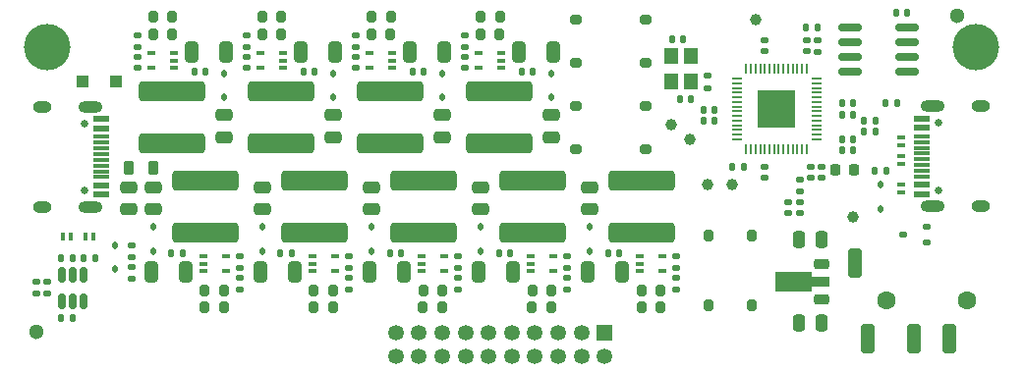
<source format=gts>
G04 #@! TF.GenerationSoftware,KiCad,Pcbnew,9.0.1-rc2*
G04 #@! TF.CreationDate,2025-11-09T15:09:06-08:00*
G04 #@! TF.ProjectId,bsl_drv_v1,62736c5f-6472-4765-9f76-312e6b696361,rev?*
G04 #@! TF.SameCoordinates,Original*
G04 #@! TF.FileFunction,Soldermask,Top*
G04 #@! TF.FilePolarity,Negative*
%FSLAX46Y46*%
G04 Gerber Fmt 4.6, Leading zero omitted, Abs format (unit mm)*
G04 Created by KiCad (PCBNEW 9.0.1-rc2) date 2025-11-09 15:09:06*
%MOMM*%
%LPD*%
G01*
G04 APERTURE LIST*
G04 Aperture macros list*
%AMRoundRect*
0 Rectangle with rounded corners*
0 $1 Rounding radius*
0 $2 $3 $4 $5 $6 $7 $8 $9 X,Y pos of 4 corners*
0 Add a 4 corners polygon primitive as box body*
4,1,4,$2,$3,$4,$5,$6,$7,$8,$9,$2,$3,0*
0 Add four circle primitives for the rounded corners*
1,1,$1+$1,$2,$3*
1,1,$1+$1,$4,$5*
1,1,$1+$1,$6,$7*
1,1,$1+$1,$8,$9*
0 Add four rect primitives between the rounded corners*
20,1,$1+$1,$2,$3,$4,$5,0*
20,1,$1+$1,$4,$5,$6,$7,0*
20,1,$1+$1,$6,$7,$8,$9,0*
20,1,$1+$1,$8,$9,$2,$3,0*%
%AMFreePoly0*
4,1,9,3.862500,-0.866500,0.737500,-0.866500,0.737500,-0.450000,-0.737500,-0.450000,-0.737500,0.450000,0.737500,0.450000,0.737500,0.866500,3.862500,0.866500,3.862500,-0.866500,3.862500,-0.866500,$1*%
G04 Aperture macros list end*
%ADD10C,1.300000*%
%ADD11C,1.000000*%
%ADD12RoundRect,0.112500X0.237500X-0.112500X0.237500X0.112500X-0.237500X0.112500X-0.237500X-0.112500X0*%
%ADD13R,1.350000X1.350000*%
%ADD14C,1.350000*%
%ADD15RoundRect,0.250000X0.300000X0.300000X-0.300000X0.300000X-0.300000X-0.300000X0.300000X-0.300000X0*%
%ADD16RoundRect,0.112500X0.112500X-0.187500X0.112500X0.187500X-0.112500X0.187500X-0.112500X-0.187500X0*%
%ADD17RoundRect,0.112500X-0.112500X0.187500X-0.112500X-0.187500X0.112500X-0.187500X0.112500X0.187500X0*%
%ADD18RoundRect,0.150000X0.150000X-0.512500X0.150000X0.512500X-0.150000X0.512500X-0.150000X-0.512500X0*%
%ADD19RoundRect,0.100000X-0.225000X-0.100000X0.225000X-0.100000X0.225000X0.100000X-0.225000X0.100000X0*%
%ADD20RoundRect,0.100000X0.225000X0.100000X-0.225000X0.100000X-0.225000X-0.100000X0.225000X-0.100000X0*%
%ADD21RoundRect,0.250000X-0.475000X0.250000X-0.475000X-0.250000X0.475000X-0.250000X0.475000X0.250000X0*%
%ADD22RoundRect,0.135000X0.185000X-0.135000X0.185000X0.135000X-0.185000X0.135000X-0.185000X-0.135000X0*%
%ADD23RoundRect,0.200000X0.200000X0.275000X-0.200000X0.275000X-0.200000X-0.275000X0.200000X-0.275000X0*%
%ADD24RoundRect,0.250000X-2.600000X0.600000X-2.600000X-0.600000X2.600000X-0.600000X2.600000X0.600000X0*%
%ADD25RoundRect,0.140000X-0.170000X0.140000X-0.170000X-0.140000X0.170000X-0.140000X0.170000X0.140000X0*%
%ADD26RoundRect,0.250000X-0.325000X-0.650000X0.325000X-0.650000X0.325000X0.650000X-0.325000X0.650000X0*%
%ADD27RoundRect,0.140000X-0.140000X-0.170000X0.140000X-0.170000X0.140000X0.170000X-0.140000X0.170000X0*%
%ADD28C,1.600000*%
%ADD29RoundRect,0.250000X0.350000X1.000000X-0.350000X1.000000X-0.350000X-1.000000X0.350000X-1.000000X0*%
%ADD30RoundRect,0.200000X-0.300000X-0.200000X0.300000X-0.200000X0.300000X0.200000X-0.300000X0.200000X0*%
%ADD31RoundRect,0.250000X0.325000X0.650000X-0.325000X0.650000X-0.325000X-0.650000X0.325000X-0.650000X0*%
%ADD32RoundRect,0.250000X2.600000X-0.600000X2.600000X0.600000X-2.600000X0.600000X-2.600000X-0.600000X0*%
%ADD33RoundRect,0.135000X-0.185000X0.135000X-0.185000X-0.135000X0.185000X-0.135000X0.185000X0.135000X0*%
%ADD34RoundRect,0.200000X-0.200000X-0.275000X0.200000X-0.275000X0.200000X0.275000X-0.200000X0.275000X0*%
%ADD35RoundRect,0.140000X0.170000X-0.140000X0.170000X0.140000X-0.170000X0.140000X-0.170000X-0.140000X0*%
%ADD36RoundRect,0.140000X0.140000X0.170000X-0.140000X0.170000X-0.140000X-0.170000X0.140000X-0.170000X0*%
%ADD37RoundRect,0.250000X0.475000X-0.250000X0.475000X0.250000X-0.475000X0.250000X-0.475000X-0.250000X0*%
%ADD38RoundRect,0.135000X-0.135000X-0.185000X0.135000X-0.185000X0.135000X0.185000X-0.135000X0.185000X0*%
%ADD39RoundRect,0.150000X-0.825000X-0.150000X0.825000X-0.150000X0.825000X0.150000X-0.825000X0.150000X0*%
%ADD40RoundRect,0.250000X0.250000X0.475000X-0.250000X0.475000X-0.250000X-0.475000X0.250000X-0.475000X0*%
%ADD41C,0.650000*%
%ADD42R,1.450000X0.600000*%
%ADD43R,1.450000X0.300000*%
%ADD44O,2.100000X1.000000*%
%ADD45O,1.600000X1.000000*%
%ADD46R,1.200000X1.400000*%
%ADD47RoundRect,0.218750X0.218750X0.256250X-0.218750X0.256250X-0.218750X-0.256250X0.218750X-0.256250X0*%
%ADD48RoundRect,0.225000X0.425000X0.225000X-0.425000X0.225000X-0.425000X-0.225000X0.425000X-0.225000X0*%
%ADD49FreePoly0,180.000000*%
%ADD50RoundRect,0.135000X0.135000X0.185000X-0.135000X0.185000X-0.135000X-0.185000X0.135000X-0.185000X0*%
%ADD51RoundRect,0.218750X-0.218750X-0.381250X0.218750X-0.381250X0.218750X0.381250X-0.218750X0.381250X0*%
%ADD52RoundRect,0.200000X0.300000X0.200000X-0.300000X0.200000X-0.300000X-0.200000X0.300000X-0.200000X0*%
%ADD53C,4.000000*%
%ADD54RoundRect,0.050000X0.150000X0.300000X-0.150000X0.300000X-0.150000X-0.300000X0.150000X-0.300000X0*%
%ADD55RoundRect,0.200000X-0.200000X0.300000X-0.200000X-0.300000X0.200000X-0.300000X0.200000X0.300000X0*%
%ADD56RoundRect,0.050000X0.300000X-0.150000X0.300000X0.150000X-0.300000X0.150000X-0.300000X-0.150000X0*%
%ADD57RoundRect,0.050000X-0.150000X-0.300000X0.150000X-0.300000X0.150000X0.300000X-0.150000X0.300000X0*%
%ADD58RoundRect,0.250000X-0.250000X-0.475000X0.250000X-0.475000X0.250000X0.475000X-0.250000X0.475000X0*%
%ADD59RoundRect,0.050000X-0.300000X0.150000X-0.300000X-0.150000X0.300000X-0.150000X0.300000X0.150000X0*%
%ADD60RoundRect,0.050000X-0.050000X0.387500X-0.050000X-0.387500X0.050000X-0.387500X0.050000X0.387500X0*%
%ADD61RoundRect,0.050000X-0.387500X0.050000X-0.387500X-0.050000X0.387500X-0.050000X0.387500X0.050000X0*%
%ADD62R,3.200000X3.200000*%
G04 APERTURE END LIST*
D10*
X121350000Y-86850000D03*
X42000000Y-114100000D03*
D11*
X112400000Y-104150000D03*
X96750000Y-96250000D03*
D12*
X118700000Y-106350000D03*
X118700000Y-105050000D03*
X116700000Y-105700000D03*
D13*
X91000000Y-114200000D03*
D14*
X91000000Y-116200000D03*
X89000000Y-114200000D03*
X89000000Y-116200000D03*
X87000000Y-114200000D03*
X87000000Y-116200000D03*
X85000000Y-114200000D03*
X85000000Y-116200000D03*
X83000000Y-114200000D03*
X83000000Y-116200000D03*
X81000000Y-114200000D03*
X81000000Y-116200000D03*
X79000000Y-114200000D03*
X79000000Y-116200000D03*
X77000000Y-114200000D03*
X77000000Y-116200000D03*
X75000000Y-114200000D03*
X75000000Y-116200000D03*
X73000000Y-114200000D03*
X73000000Y-116200000D03*
D15*
X48850000Y-92500000D03*
X46050000Y-92500000D03*
D16*
X80324999Y-107115000D03*
X80324999Y-105015000D03*
D17*
X86375001Y-91785000D03*
X86375001Y-93885000D03*
D16*
X52124999Y-107115000D03*
X52124999Y-105015000D03*
X114774999Y-103500000D03*
X114774999Y-101400000D03*
X89724999Y-107115001D03*
X89724999Y-105015001D03*
D17*
X76975000Y-91785000D03*
X76975000Y-93885000D03*
D16*
X61524999Y-107115000D03*
X61524999Y-105015000D03*
X70924999Y-107115000D03*
X70924999Y-105015000D03*
D17*
X67575001Y-91785000D03*
X67575001Y-93885000D03*
D16*
X48800000Y-108700000D03*
X48800000Y-106600000D03*
D18*
X44200000Y-111450000D03*
X45150000Y-111450000D03*
X46100000Y-111450000D03*
X46100000Y-109175000D03*
X45150000Y-109175000D03*
X44200000Y-109175000D03*
D19*
X84649999Y-107565000D03*
X84649999Y-108215000D03*
X84649999Y-108865000D03*
X86549999Y-108865000D03*
X86549999Y-107565000D03*
D20*
X82050001Y-91335000D03*
X82050001Y-90685000D03*
X82050001Y-90035000D03*
X80150001Y-90035000D03*
X80150001Y-91335000D03*
D19*
X56449999Y-107565000D03*
X56449999Y-108215000D03*
X56449999Y-108865000D03*
X58349999Y-108865000D03*
X58349999Y-107565000D03*
D20*
X72650000Y-91335000D03*
X72650000Y-90685000D03*
X72650000Y-90035000D03*
X70750000Y-90035000D03*
X70750000Y-91335000D03*
D19*
X65849999Y-107565000D03*
X65849999Y-108215000D03*
X65849999Y-108865000D03*
X67749999Y-108865000D03*
X67749999Y-107565000D03*
X94049999Y-107565000D03*
X94049999Y-108215000D03*
X94049999Y-108865000D03*
X95949999Y-108865000D03*
X95949999Y-107565000D03*
D20*
X63250001Y-91335000D03*
X63250001Y-90685000D03*
X63250001Y-90035000D03*
X61350001Y-90035000D03*
X61350001Y-91335000D03*
D19*
X75249999Y-107565000D03*
X75249999Y-108215000D03*
X75249999Y-108865000D03*
X77149999Y-108865000D03*
X77149999Y-107565000D03*
D21*
X80300000Y-103514999D03*
X80300000Y-101615001D03*
D22*
X87749999Y-109405001D03*
X87749999Y-110424999D03*
D23*
X84744999Y-111965000D03*
X86394999Y-111965000D03*
X84749999Y-110500000D03*
X86399999Y-110500000D03*
D24*
X84800000Y-105550000D03*
X84800000Y-101050000D03*
D25*
X87749999Y-108545000D03*
X87749999Y-107585000D03*
D26*
X83100000Y-108915000D03*
X80149998Y-108915000D03*
D27*
X82829999Y-107280000D03*
X81869999Y-107280000D03*
D28*
X122250000Y-111400000D03*
X115250000Y-111400000D03*
D29*
X117650000Y-114650000D03*
X120649999Y-114650000D03*
X112549999Y-108150000D03*
X113650000Y-114650000D03*
D30*
X94500000Y-98350000D03*
X88500000Y-98350000D03*
X94500000Y-94650000D03*
X88500000Y-94650000D03*
D31*
X83600000Y-89985000D03*
X86550002Y-89985000D03*
D32*
X81900000Y-93350000D03*
X81900000Y-97850000D03*
D33*
X78950001Y-89494999D03*
X78950001Y-88475001D03*
D34*
X81955001Y-86935000D03*
X80305001Y-86935000D03*
D35*
X78950001Y-90355000D03*
X78950001Y-91315000D03*
D36*
X83870001Y-91620000D03*
X84830001Y-91620000D03*
D37*
X86400000Y-95385001D03*
X86400000Y-97284999D03*
D34*
X81950001Y-88400000D03*
X80300001Y-88400000D03*
D25*
X59549999Y-108545000D03*
X59549999Y-107585000D03*
D22*
X59549999Y-109405001D03*
X59549999Y-110424999D03*
D27*
X54629999Y-107280000D03*
X53669999Y-107280000D03*
D23*
X56549999Y-110500000D03*
X58199999Y-110500000D03*
D21*
X52100000Y-103514999D03*
X52100000Y-101615001D03*
D26*
X54900000Y-108915000D03*
X51949998Y-108915000D03*
D23*
X56544999Y-111965000D03*
X58194999Y-111965000D03*
D24*
X56600000Y-105550000D03*
X56600000Y-101050000D03*
X94200000Y-105550000D03*
X94200000Y-101050000D03*
D38*
X44140001Y-107762499D03*
X45159999Y-107762499D03*
D36*
X75430000Y-91620000D03*
X74470000Y-91620000D03*
D39*
X112124999Y-87845000D03*
X112124999Y-89115000D03*
X112124999Y-90385000D03*
X112124999Y-91655000D03*
X117074999Y-91655000D03*
X117074999Y-90385000D03*
X117074999Y-89115000D03*
X117074999Y-87845000D03*
D40*
X109649999Y-106162500D03*
X107750001Y-106162500D03*
D22*
X68949999Y-110424999D03*
X68949999Y-109405001D03*
D11*
X103974999Y-87125000D03*
D41*
X119773999Y-101852479D03*
X119773999Y-96072479D03*
D42*
X118328999Y-102212479D03*
X118328999Y-101412480D03*
D43*
X118329000Y-100212479D03*
X118328999Y-99212479D03*
X118328999Y-98712479D03*
X118329000Y-97712479D03*
D42*
X118328999Y-96512478D03*
X118328999Y-95712479D03*
X118328999Y-95712479D03*
X118328999Y-96512478D03*
D43*
X118328999Y-97212479D03*
X118328999Y-98212479D03*
X118328999Y-99712479D03*
X118328999Y-100712479D03*
D42*
X118328999Y-101412480D03*
X118328999Y-102212479D03*
D44*
X119243999Y-103282479D03*
D45*
X123423999Y-103282479D03*
D44*
X119243999Y-94642479D03*
D45*
X123423999Y-94642479D03*
D33*
X42950000Y-109802502D03*
X42950000Y-110822500D03*
D35*
X108399999Y-89910000D03*
X108399999Y-88950000D03*
D33*
X50275000Y-108505003D03*
X50275000Y-109525001D03*
D36*
X117079999Y-86550000D03*
X116119999Y-86550000D03*
D38*
X115203999Y-94400000D03*
X116223999Y-94400000D03*
D33*
X60150001Y-88475001D03*
X60150001Y-89494999D03*
D36*
X100454999Y-94925000D03*
X99494999Y-94925000D03*
D46*
X96749999Y-90290001D03*
X96749999Y-92490001D03*
X98449999Y-92490001D03*
X98449999Y-90290001D03*
D38*
X46104999Y-107762499D03*
X47124997Y-107762499D03*
D25*
X106800000Y-102870000D03*
X106800000Y-103830000D03*
D38*
X108349998Y-87850000D03*
X109369998Y-87850000D03*
D24*
X75400000Y-101050000D03*
X75400000Y-105550000D03*
D22*
X109329998Y-89939999D03*
X109329998Y-88920001D03*
D36*
X97729998Y-88830002D03*
X96769998Y-88830002D03*
D27*
X111444998Y-95350000D03*
X112404998Y-95350000D03*
D11*
X99900000Y-101350000D03*
D36*
X66030001Y-91620000D03*
X65070001Y-91620000D03*
D35*
X69550000Y-91315000D03*
X69550000Y-90355000D03*
D25*
X108749999Y-99850000D03*
X108749999Y-100810000D03*
D37*
X76999999Y-97284999D03*
X76999999Y-95385001D03*
D34*
X61505001Y-86935000D03*
X63155001Y-86935000D03*
D22*
X50275000Y-107625000D03*
X50275000Y-106605002D03*
X42000000Y-110822499D03*
X42000000Y-109802501D03*
D27*
X63069999Y-107280000D03*
X64029999Y-107280000D03*
D37*
X67600000Y-97284999D03*
X67600000Y-95385001D03*
D25*
X104799999Y-99850000D03*
X104799999Y-100810000D03*
D23*
X67599999Y-110500000D03*
X65949999Y-110500000D03*
D22*
X99849999Y-93050000D03*
X99849999Y-92030002D03*
D27*
X111444999Y-94400000D03*
X112404999Y-94400000D03*
D21*
X61500000Y-101615001D03*
X61500000Y-103514999D03*
X50000000Y-103509999D03*
X50000000Y-101610001D03*
D25*
X78349999Y-107585000D03*
X78349999Y-108545000D03*
D27*
X72469999Y-107280000D03*
X73429999Y-107280000D03*
D25*
X107800000Y-102870000D03*
X107800000Y-103830000D03*
D47*
X112437500Y-100150000D03*
X110862498Y-100150000D03*
D35*
X104799999Y-89910000D03*
X104799999Y-88950000D03*
D27*
X111444998Y-97505000D03*
X112404998Y-97505000D03*
X97469999Y-93980002D03*
X98429999Y-93980002D03*
D34*
X70905000Y-86935000D03*
X72555000Y-86935000D03*
D41*
X46200000Y-96110000D03*
X46200000Y-101890000D03*
D42*
X47645000Y-95750000D03*
X47645000Y-96549999D03*
D43*
X47644999Y-97750000D03*
X47645000Y-98750000D03*
X47645000Y-99250000D03*
X47644999Y-100250000D03*
D42*
X47645000Y-101450001D03*
X47645000Y-102250000D03*
X47645000Y-102250000D03*
X47645000Y-101450001D03*
D43*
X47645000Y-100750000D03*
X47645000Y-99750000D03*
X47645000Y-98250000D03*
X47645000Y-97250000D03*
D42*
X47645000Y-96549999D03*
X47645000Y-95750000D03*
D44*
X46730000Y-94680000D03*
D45*
X42550000Y-94680000D03*
D44*
X46730000Y-103320000D03*
D45*
X42550000Y-103320000D03*
D27*
X44174999Y-112862498D03*
X45134999Y-112862498D03*
D48*
X109649999Y-111262500D03*
D49*
X109562498Y-109762500D03*
D48*
X109649999Y-108262500D03*
D50*
X115284998Y-100200000D03*
X114265000Y-100200000D03*
D26*
X89549998Y-108915000D03*
X92500000Y-108915000D03*
D32*
X72500000Y-97850000D03*
X72500000Y-93350000D03*
D51*
X49987500Y-99975000D03*
X52112500Y-99975000D03*
D25*
X68949999Y-107585000D03*
X68949999Y-108545000D03*
D21*
X89700000Y-101615001D03*
X89700000Y-103514999D03*
D31*
X77150001Y-89985000D03*
X74199999Y-89985000D03*
D23*
X95794999Y-111965001D03*
X94144999Y-111965001D03*
D52*
X94500000Y-90850000D03*
X88500000Y-90850000D03*
X94500000Y-87150000D03*
X88500000Y-87150000D03*
D21*
X70900000Y-101615001D03*
X70900000Y-103514999D03*
D26*
X70749998Y-108915000D03*
X73700000Y-108915000D03*
D38*
X101939998Y-99860000D03*
X102959998Y-99860000D03*
D31*
X67750002Y-89985000D03*
X64800000Y-89985000D03*
D23*
X67594999Y-111965000D03*
X65944999Y-111965000D03*
D34*
X61500001Y-88400000D03*
X63150001Y-88400000D03*
D53*
X43000000Y-89500000D03*
D54*
X45024998Y-105900000D03*
X44325000Y-105900000D03*
D55*
X103649999Y-105800001D03*
X103649999Y-111800001D03*
X99949999Y-105800001D03*
X99949999Y-111800001D03*
D56*
X116510000Y-102099999D03*
X116510000Y-101400001D03*
D27*
X91269999Y-107280000D03*
X92229999Y-107280000D03*
D23*
X76994999Y-111965000D03*
X75344999Y-111965000D03*
D57*
X46225000Y-105900000D03*
X46924998Y-105900000D03*
D34*
X70900000Y-88400000D03*
X72550000Y-88400000D03*
D56*
X116510000Y-99624998D03*
X116510000Y-98925000D03*
D50*
X114309998Y-95900000D03*
X113290000Y-95900000D03*
D33*
X107799999Y-100940001D03*
X107799999Y-101959999D03*
D38*
X113290000Y-96850000D03*
X114309998Y-96850000D03*
D22*
X97149999Y-110424999D03*
X97149999Y-109405001D03*
X78349999Y-110424999D03*
X78349999Y-109405001D03*
D23*
X95799999Y-110500000D03*
X94149999Y-110500000D03*
D25*
X109699999Y-99850000D03*
X109699999Y-100810000D03*
D58*
X107750001Y-113362500D03*
X109649999Y-113362500D03*
D27*
X111444999Y-98455000D03*
X112404999Y-98455000D03*
D24*
X66000000Y-101050000D03*
X66000000Y-105550000D03*
D53*
X122999998Y-89500000D03*
D33*
X69550000Y-88475001D03*
X69550000Y-89494999D03*
D36*
X100455000Y-95850000D03*
X99495000Y-95850000D03*
D23*
X76999999Y-110500000D03*
X75349999Y-110500000D03*
D59*
X116510000Y-97300001D03*
X116510000Y-97999999D03*
D25*
X97149999Y-107585000D03*
X97149999Y-108545000D03*
D32*
X63100000Y-97850000D03*
X63100000Y-93350000D03*
D11*
X98375000Y-97500000D03*
X101949999Y-101375000D03*
D35*
X60150001Y-91315000D03*
X60150001Y-90355000D03*
D26*
X61349998Y-108915000D03*
X64300000Y-108915000D03*
D60*
X108394999Y-91432500D03*
X107994998Y-91432500D03*
X107594999Y-91432500D03*
X107194999Y-91432500D03*
X106794999Y-91432500D03*
X106395000Y-91432500D03*
X105994999Y-91432500D03*
X105594999Y-91432500D03*
X105194998Y-91432500D03*
X104794999Y-91432500D03*
X104394999Y-91432500D03*
X103994999Y-91432500D03*
X103595000Y-91432500D03*
X103194999Y-91432500D03*
D61*
X102357499Y-92270000D03*
X102357499Y-92670001D03*
X102357499Y-93070000D03*
X102357499Y-93470000D03*
X102357499Y-93870000D03*
X102357499Y-94269999D03*
X102357499Y-94670000D03*
X102357499Y-95070000D03*
X102357499Y-95470001D03*
X102357499Y-95870000D03*
X102357499Y-96270000D03*
X102357499Y-96670000D03*
X102357499Y-97069999D03*
X102357499Y-97470000D03*
D60*
X103194999Y-98307500D03*
X103595000Y-98307500D03*
X103994999Y-98307500D03*
X104394999Y-98307500D03*
X104794999Y-98307500D03*
X105194998Y-98307500D03*
X105594999Y-98307500D03*
X105994999Y-98307500D03*
X106395000Y-98307500D03*
X106794999Y-98307500D03*
X107194999Y-98307500D03*
X107594999Y-98307500D03*
X107994998Y-98307500D03*
X108394999Y-98307500D03*
D61*
X109232499Y-97470000D03*
X109232499Y-97069999D03*
X109232499Y-96670000D03*
X109232499Y-96270000D03*
X109232499Y-95870000D03*
X109232499Y-95470001D03*
X109232499Y-95070000D03*
X109232499Y-94670000D03*
X109232499Y-94269999D03*
X109232499Y-93870000D03*
X109232499Y-93470000D03*
X109232499Y-93070000D03*
X109232499Y-92670001D03*
X109232499Y-92270000D03*
D62*
X105794999Y-94870000D03*
D17*
X58175001Y-91785000D03*
X58175001Y-93885000D03*
D20*
X53850001Y-91335000D03*
X53850001Y-90685000D03*
X53850001Y-90035000D03*
X51950001Y-90035000D03*
X51950001Y-91335000D03*
D33*
X50750001Y-88475001D03*
X50750001Y-89494999D03*
D34*
X52100001Y-88400000D03*
X53750001Y-88400000D03*
D37*
X58200000Y-97284999D03*
X58200000Y-95385001D03*
D34*
X52105001Y-86935000D03*
X53755001Y-86935000D03*
D36*
X56630001Y-91620000D03*
X55670001Y-91620000D03*
D35*
X50750001Y-91315000D03*
X50750001Y-90355000D03*
D31*
X58350002Y-89985000D03*
X55400000Y-89985000D03*
D32*
X53700000Y-97850000D03*
X53700000Y-93350000D03*
M02*

</source>
